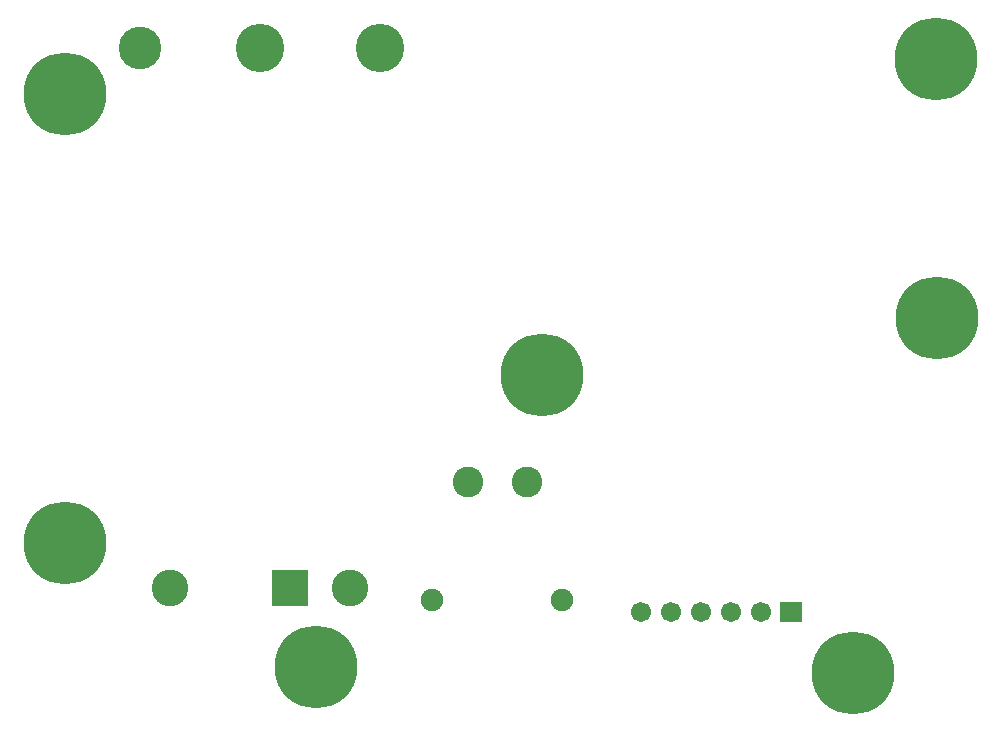
<source format=gbs>
G04 Layer: BottomSolderMaskLayer*
G04 EasyEDA v6.5.44, 2024-08-24 22:55:38*
G04 c584bd3c03fa4b5bb03f9f2b3921847a,c23a61fc8c4145e6967fd80801f93d45,10*
G04 Gerber Generator version 0.2*
G04 Scale: 100 percent, Rotated: No, Reflected: No *
G04 Dimensions in millimeters *
G04 leading zeros omitted , absolute positions ,4 integer and 5 decimal *
%FSLAX45Y45*%
%MOMM*%

%AMMACRO1*4,1,8,-0.9211,-0.8508,-0.9508,-0.821,-0.9508,0.8211,-0.9211,0.8508,0.921,0.8508,0.9508,0.8211,0.9508,-0.821,0.921,-0.8508,-0.9211,-0.8508,0*%
%AMMACRO2*4,1,8,-1.5211,-1.5508,-1.5508,-1.521,-1.5508,1.5211,-1.5211,1.5508,1.521,1.5508,1.5508,1.5211,1.5508,-1.521,1.521,-1.5508,-1.5211,-1.5508,0*%
%ADD10C,2.6016*%
%ADD11C,1.9016*%
%ADD12C,1.7016*%
%ADD13MACRO1*%
%ADD14C,4.1016*%
%ADD15C,3.6016*%
%ADD16C,3.1016*%
%ADD17MACRO2*%
%ADD18C,7.0000*%

%LPD*%
D10*
G01*
X3788613Y-3983101D03*
G01*
X4288586Y-3983101D03*
D11*
G01*
X4588611Y-4983098D03*
G01*
X3488588Y-4983098D03*
D12*
G01*
X5257800Y-5080000D03*
G01*
X5511800Y-5080000D03*
G01*
X5765800Y-5080000D03*
G01*
X6019800Y-5080000D03*
G01*
X6273800Y-5080000D03*
D13*
G01*
X6527800Y-5080000D03*
D14*
G01*
X3048000Y-304800D03*
G01*
X2032000Y-304800D03*
D15*
G01*
X1016000Y-304800D03*
D16*
G01*
X1270000Y-4876800D03*
D17*
G01*
X2285997Y-4876800D03*
D16*
G01*
X2794000Y-4876800D03*
D18*
G01*
X380009Y-699998D03*
G01*
X380009Y-4499990D03*
G01*
X7749997Y-399999D03*
G01*
X7049998Y-5599988D03*
G01*
X7759700Y-2590800D03*
G01*
X2499995Y-5550001D03*
G01*
X4419600Y-3073400D03*
M02*

</source>
